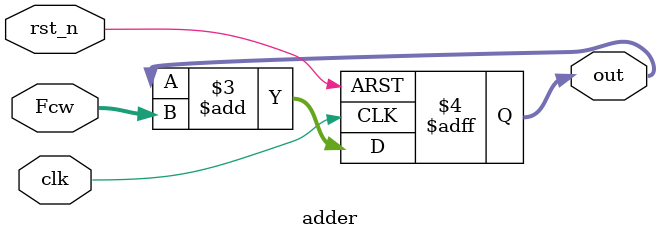
<source format=v>
module adder(Fcw,clk,rst_n,out);
input [35:0] Fcw;
input  clk;
input  rst_n;
output reg [35:0] out;


always @(posedge clk or negedge rst_n) begin
                if (!rst_n) begin
                      out<=0;

                end
                else begin


                	out=out+Fcw;
                	 
                end
            end
endmodule
</source>
